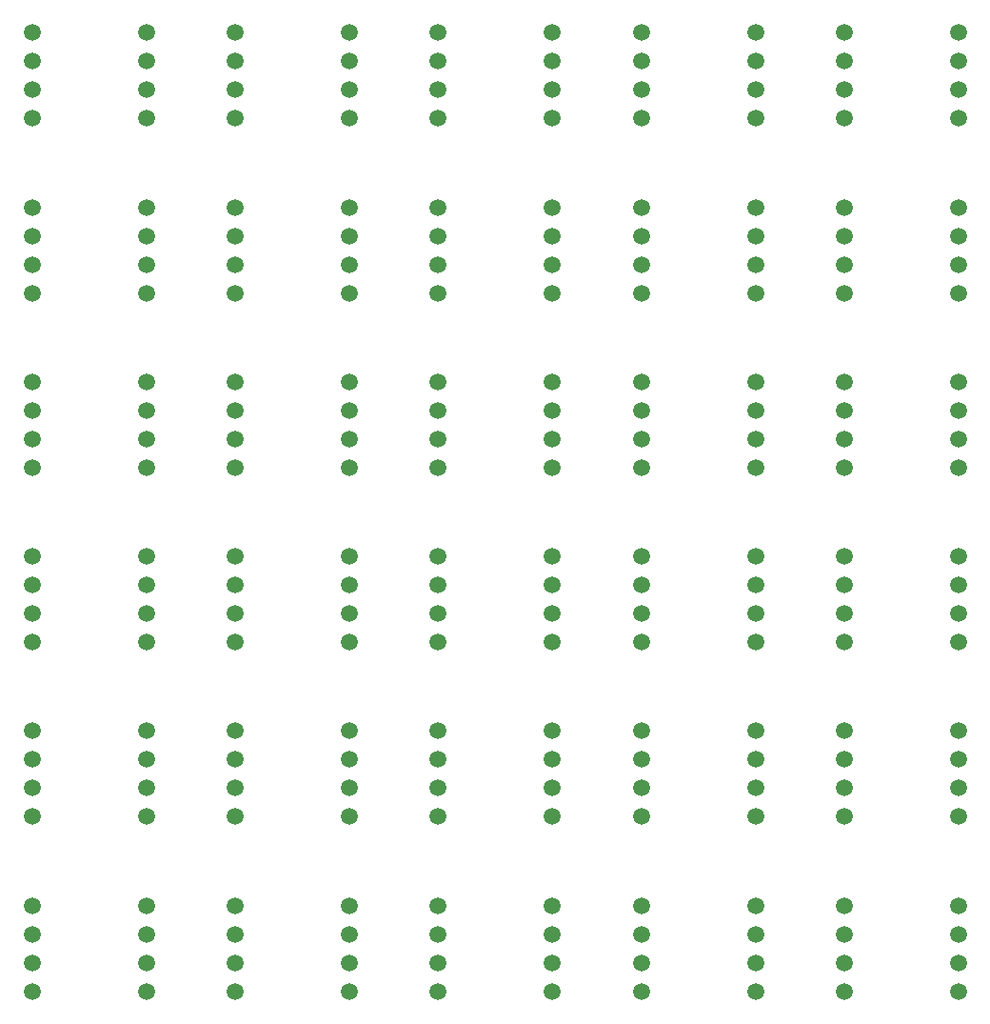
<source format=gbs>
G04 #@! TF.GenerationSoftware,KiCad,Pcbnew,(5.1.10-1-10_14)*
G04 #@! TF.CreationDate,2021-06-11T14:29:54-07:00*
G04 #@! TF.ProjectId,master4.2Vregulator,6d617374-6572-4342-9e32-56726567756c,rev?*
G04 #@! TF.SameCoordinates,Original*
G04 #@! TF.FileFunction,Soldermask,Bot*
G04 #@! TF.FilePolarity,Negative*
%FSLAX46Y46*%
G04 Gerber Fmt 4.6, Leading zero omitted, Abs format (unit mm)*
G04 Created by KiCad (PCBNEW (5.1.10-1-10_14)) date 2021-06-11 14:29:54*
%MOMM*%
%LPD*%
G01*
G04 APERTURE LIST*
%ADD10C,1.500000*%
G04 APERTURE END LIST*
D10*
X181080000Y-134730000D03*
X181080000Y-139810000D03*
X181080000Y-137270000D03*
X181080000Y-142350000D03*
X191240000Y-142350000D03*
X191240000Y-139810000D03*
X191240000Y-137270000D03*
X191240000Y-134730000D03*
X163020000Y-134730000D03*
X163020000Y-139810000D03*
X163020000Y-137270000D03*
X163020000Y-142350000D03*
X173180000Y-142350000D03*
X173180000Y-139810000D03*
X173180000Y-137270000D03*
X173180000Y-134730000D03*
X144960000Y-134730000D03*
X144960000Y-139810000D03*
X144960000Y-137270000D03*
X144960000Y-142350000D03*
X155120000Y-142350000D03*
X155120000Y-139810000D03*
X155120000Y-137270000D03*
X155120000Y-134730000D03*
X126900000Y-134730000D03*
X126900000Y-139810000D03*
X126900000Y-137270000D03*
X126900000Y-142350000D03*
X137060000Y-142350000D03*
X137060000Y-139810000D03*
X137060000Y-137270000D03*
X137060000Y-134730000D03*
X108840000Y-134730000D03*
X108840000Y-139810000D03*
X108840000Y-137270000D03*
X108840000Y-142350000D03*
X119000000Y-142350000D03*
X119000000Y-139810000D03*
X119000000Y-137270000D03*
X119000000Y-134730000D03*
X181080000Y-103710000D03*
X181080000Y-108790000D03*
X181080000Y-106250000D03*
X181080000Y-111330000D03*
X191240000Y-111330000D03*
X191240000Y-108790000D03*
X191240000Y-106250000D03*
X191240000Y-103710000D03*
X163020000Y-103710000D03*
X163020000Y-108790000D03*
X163020000Y-106250000D03*
X163020000Y-111330000D03*
X173180000Y-111330000D03*
X173180000Y-108790000D03*
X173180000Y-106250000D03*
X173180000Y-103710000D03*
X144960000Y-103710000D03*
X144960000Y-108790000D03*
X144960000Y-106250000D03*
X144960000Y-111330000D03*
X155120000Y-111330000D03*
X155120000Y-108790000D03*
X155120000Y-106250000D03*
X155120000Y-103710000D03*
X126900000Y-103710000D03*
X126900000Y-108790000D03*
X126900000Y-106250000D03*
X126900000Y-111330000D03*
X137060000Y-111330000D03*
X137060000Y-108790000D03*
X137060000Y-106250000D03*
X137060000Y-103710000D03*
X108840000Y-103710000D03*
X108840000Y-108790000D03*
X108840000Y-106250000D03*
X108840000Y-111330000D03*
X119000000Y-111330000D03*
X119000000Y-108790000D03*
X119000000Y-106250000D03*
X119000000Y-103710000D03*
X181080000Y-72690000D03*
X181080000Y-77770000D03*
X181080000Y-75230000D03*
X181080000Y-80310000D03*
X191240000Y-80310000D03*
X191240000Y-77770000D03*
X191240000Y-75230000D03*
X191240000Y-72690000D03*
X163020000Y-72690000D03*
X163020000Y-77770000D03*
X163020000Y-75230000D03*
X163020000Y-80310000D03*
X173180000Y-80310000D03*
X173180000Y-77770000D03*
X173180000Y-75230000D03*
X173180000Y-72690000D03*
X144960000Y-72690000D03*
X144960000Y-77770000D03*
X144960000Y-75230000D03*
X144960000Y-80310000D03*
X155120000Y-80310000D03*
X155120000Y-77770000D03*
X155120000Y-75230000D03*
X155120000Y-72690000D03*
X126900000Y-72690000D03*
X126900000Y-77770000D03*
X126900000Y-75230000D03*
X126900000Y-80310000D03*
X137060000Y-80310000D03*
X137060000Y-77770000D03*
X137060000Y-75230000D03*
X137060000Y-72690000D03*
X181090000Y-119210000D03*
X181090000Y-121750000D03*
X181090000Y-124290000D03*
X181090000Y-126830000D03*
X191250000Y-126830000D03*
X191250000Y-124290000D03*
X191250000Y-121750000D03*
X191250000Y-119210000D03*
X163030000Y-119210000D03*
X163030000Y-121750000D03*
X163030000Y-124290000D03*
X163030000Y-126830000D03*
X173190000Y-126830000D03*
X173190000Y-124290000D03*
X173190000Y-121750000D03*
X173190000Y-119210000D03*
X144970000Y-119210000D03*
X144970000Y-121750000D03*
X144970000Y-124290000D03*
X144970000Y-126830000D03*
X155130000Y-126830000D03*
X155130000Y-124290000D03*
X155130000Y-121750000D03*
X155130000Y-119210000D03*
X126910000Y-119210000D03*
X126910000Y-121750000D03*
X126910000Y-124290000D03*
X126910000Y-126830000D03*
X137070000Y-126830000D03*
X137070000Y-124290000D03*
X137070000Y-121750000D03*
X137070000Y-119210000D03*
X108850000Y-119210000D03*
X108850000Y-121750000D03*
X108850000Y-124290000D03*
X108850000Y-126830000D03*
X119010000Y-126830000D03*
X119010000Y-124290000D03*
X119010000Y-121750000D03*
X119010000Y-119210000D03*
X181090000Y-88190000D03*
X181090000Y-90730000D03*
X181090000Y-93270000D03*
X181090000Y-95810000D03*
X191250000Y-95810000D03*
X191250000Y-93270000D03*
X191250000Y-90730000D03*
X191250000Y-88190000D03*
X163030000Y-88190000D03*
X163030000Y-90730000D03*
X163030000Y-93270000D03*
X163030000Y-95810000D03*
X173190000Y-95810000D03*
X173190000Y-93270000D03*
X173190000Y-90730000D03*
X173190000Y-88190000D03*
X144970000Y-88190000D03*
X144970000Y-90730000D03*
X144970000Y-93270000D03*
X144970000Y-95810000D03*
X155130000Y-95810000D03*
X155130000Y-93270000D03*
X155130000Y-90730000D03*
X155130000Y-88190000D03*
X126910000Y-88190000D03*
X126910000Y-90730000D03*
X126910000Y-93270000D03*
X126910000Y-95810000D03*
X137070000Y-95810000D03*
X137070000Y-93270000D03*
X137070000Y-90730000D03*
X137070000Y-88190000D03*
X108850000Y-88190000D03*
X108850000Y-90730000D03*
X108850000Y-93270000D03*
X108850000Y-95810000D03*
X119010000Y-95810000D03*
X119010000Y-93270000D03*
X119010000Y-90730000D03*
X119010000Y-88190000D03*
X181090000Y-57170000D03*
X181090000Y-59710000D03*
X181090000Y-62250000D03*
X181090000Y-64790000D03*
X191250000Y-64790000D03*
X191250000Y-62250000D03*
X191250000Y-59710000D03*
X191250000Y-57170000D03*
X163030000Y-57170000D03*
X163030000Y-59710000D03*
X163030000Y-62250000D03*
X163030000Y-64790000D03*
X173190000Y-64790000D03*
X173190000Y-62250000D03*
X173190000Y-59710000D03*
X173190000Y-57170000D03*
X144970000Y-57170000D03*
X144970000Y-59710000D03*
X144970000Y-62250000D03*
X144970000Y-64790000D03*
X155130000Y-64790000D03*
X155130000Y-62250000D03*
X155130000Y-59710000D03*
X155130000Y-57170000D03*
X126910000Y-57170000D03*
X126910000Y-59710000D03*
X126910000Y-62250000D03*
X126910000Y-64790000D03*
X137070000Y-64790000D03*
X137070000Y-62250000D03*
X137070000Y-59710000D03*
X137070000Y-57170000D03*
X119010000Y-57170000D03*
X119010000Y-59710000D03*
X119010000Y-62250000D03*
X119010000Y-64790000D03*
X108850000Y-64790000D03*
X108850000Y-62250000D03*
X108850000Y-59710000D03*
X108850000Y-57170000D03*
X119000000Y-72690000D03*
X119000000Y-75230000D03*
X119000000Y-77770000D03*
X119000000Y-80310000D03*
X108840000Y-80310000D03*
X108840000Y-75230000D03*
X108840000Y-77770000D03*
X108840000Y-72690000D03*
M02*

</source>
